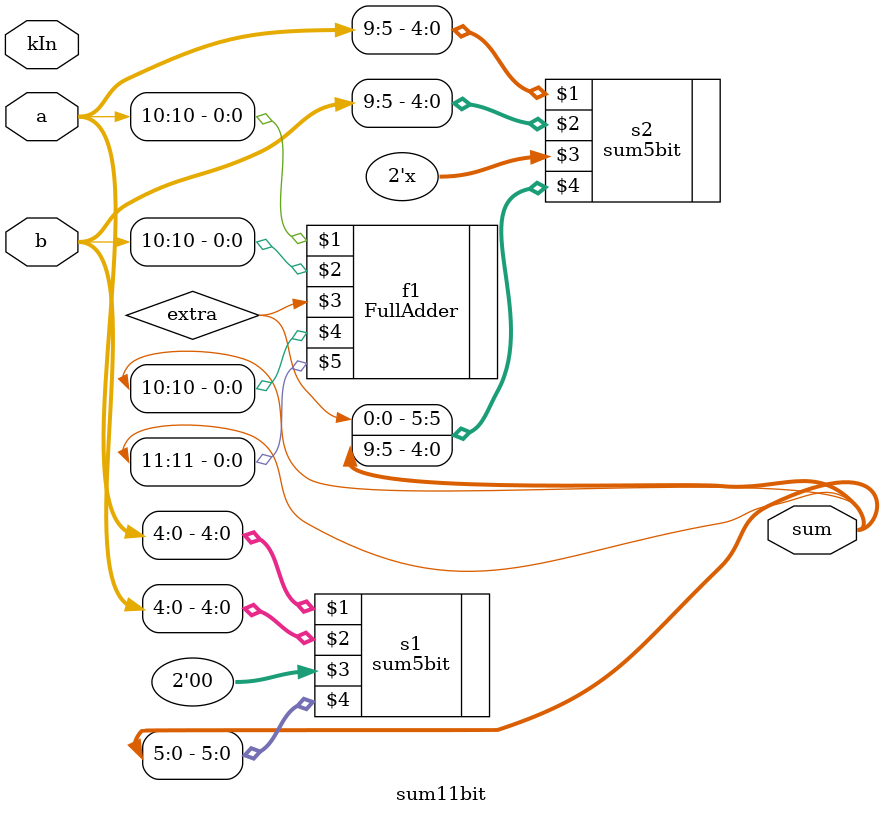
<source format=v>

`include "Adder/sum5bit.v"
`include "Adder/FullAdder.v"
`timescale 1ns / 1ps

module sum11bit(a,b,kIn,sum);

	input [10:0] a;
        input [10:0] b;
	input [1:0] kIn;
	wire extra;
	output[11:0] sum;


	sum5bit s1(a[4:0],b[4:0],2'b00,sum[5:0]);
	
	sum5bit s2(a[9:5],b[9:5],s1.kpgOut[11:10],{extra,sum[9:5]});

	FullAdder f1(a[10],b[10],extra,sum[10],sum[11]);

	//assign sum = outsum;
	endmodule


</source>
